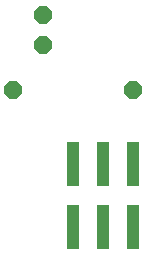
<source format=gbr>
G04 EAGLE Gerber RS-274X export*
G75*
%MOMM*%
%FSLAX34Y34*%
%LPD*%
%INSoldermask Bottom*%
%IPPOS*%
%AMOC8*
5,1,8,0,0,1.08239X$1,22.5*%
G01*
%ADD10P,1.649562X8X292.500000*%
%ADD11P,1.649562X8X22.500000*%
%ADD12R,0.990600X3.759200*%


D10*
X139700Y260350D03*
X139700Y234950D03*
D11*
X114300Y196850D03*
X215900Y196850D03*
D12*
X215900Y134620D03*
X215900Y81280D03*
X190500Y134620D03*
X190500Y81280D03*
X165100Y134620D03*
X165100Y81280D03*
M02*

</source>
